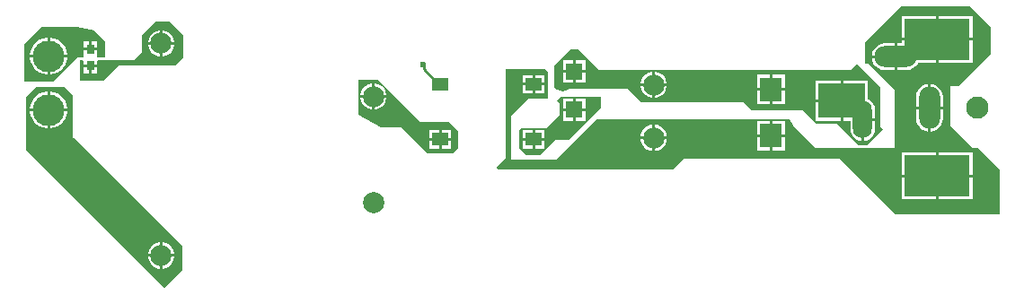
<source format=gtl>
G04*
G04 #@! TF.GenerationSoftware,Altium Limited,Altium Designer,23.4.1 (23)*
G04*
G04 Layer_Physical_Order=1*
G04 Layer_Color=255*
%FSLAX44Y44*%
%MOMM*%
G71*
G04*
G04 #@! TF.SameCoordinates,78E2F5E2-7EE1-4383-969E-04B009F8C4C8*
G04*
G04*
G04 #@! TF.FilePolarity,Positive*
G04*
G01*
G75*
%ADD14C,0.2540*%
%ADD16R,4.4000X3.3000*%
%ADD17R,6.2000X3.9000*%
%ADD18R,0.7874X0.9652*%
%ADD19R,1.6000X1.6000*%
%ADD20R,1.5500X1.2000*%
%ADD21R,2.1200X2.2500*%
%ADD33C,2.1000*%
%ADD35O,2.0000X4.0000*%
%ADD36O,4.0000X2.0000*%
%ADD37O,1.8000X3.6000*%
%ADD38C,3.0000*%
%ADD39C,2.0000*%
%ADD40C,0.6000*%
G36*
X77216Y273558D02*
Y234188D01*
X180086Y131318D01*
Y107950D01*
X163576Y91440D01*
X32766Y222250D01*
Y270764D01*
X42672Y280924D01*
X69850D01*
X77216Y273558D01*
D02*
G37*
G36*
X97536Y334518D02*
X107696Y324358D01*
Y309118D01*
X101210D01*
X100203Y309753D01*
X100203Y310388D01*
Y315849D01*
X93726D01*
X87249D01*
Y310388D01*
X87249Y309753D01*
X86242Y309118D01*
X81026D01*
X58166Y286258D01*
X31496D01*
Y321818D01*
X48006Y338328D01*
X81026D01*
X97536Y334518D01*
D02*
G37*
G36*
X181356Y330708D02*
Y309118D01*
X173736Y301498D01*
X120396D01*
X106426Y287528D01*
X83566D01*
Y306528D01*
X86242D01*
X87049Y305855D01*
X87249Y305470D01*
Y302387D01*
X93726D01*
X100203D01*
Y305470D01*
X100403Y305855D01*
X101210Y306528D01*
X107696D01*
X107946Y306578D01*
X134366D01*
X141986Y314198D01*
Y330708D01*
X154686Y343408D01*
X168656D01*
X181356Y330708D01*
D02*
G37*
G36*
X575056Y261366D02*
X544576Y230886D01*
X531876Y230886D01*
X518160Y217170D01*
X504444D01*
X497840Y223774D01*
X497840Y240846D01*
X500126Y242316D01*
X523240D01*
X535686Y254762D01*
Y266192D01*
X533781Y268097D01*
X537972Y272288D01*
X575056D01*
Y261366D01*
D02*
G37*
G36*
X572262Y297688D02*
X810514D01*
X815848Y303022D01*
X837946Y280924D01*
X838454D01*
Y243840D01*
X840994Y241300D01*
X826262Y226568D01*
X816864D01*
X797306Y246126D01*
X778256D01*
X764794Y259588D01*
X716534D01*
X709676Y266446D01*
X612648D01*
X599948Y279146D01*
X545465D01*
X539369Y277241D01*
X532158Y279344D01*
X530860Y281940D01*
Y301498D01*
X545846Y316484D01*
X553466D01*
X572262Y297688D01*
D02*
G37*
G36*
X942594Y337566D02*
Y312928D01*
X912114Y282448D01*
X904494D01*
Y244602D01*
X925322Y223774D01*
X930656D01*
X950722Y203708D01*
Y161036D01*
X852932D01*
X800100Y213868D01*
X653288D01*
X642366Y202946D01*
X478028D01*
X475996Y204978D01*
X484886Y213868D01*
Y298450D01*
X521970D01*
X524764Y295656D01*
Y270510D01*
X506730D01*
X489966Y253746D01*
Y212598D01*
X532892D01*
X570882Y250588D01*
X752310D01*
X758190Y242570D01*
X776986Y223774D01*
X852170D01*
Y278638D01*
X827278Y303530D01*
X823468D01*
Y322834D01*
X857758Y357124D01*
X923036D01*
X942594Y337566D01*
D02*
G37*
G36*
X405130Y248158D02*
X431800D01*
X440182Y239776D01*
X440182Y223774D01*
X434848Y218440D01*
X411734D01*
X386842Y243332D01*
X367284D01*
X346534Y254762D01*
Y288036D01*
X365252D01*
X405130Y248158D01*
D02*
G37*
%LPC*%
G36*
X56083Y277128D02*
X55626D01*
Y260858D01*
X71896D01*
Y261315D01*
X71222Y264704D01*
X69900Y267896D01*
X67980Y270769D01*
X65537Y273212D01*
X62664Y275132D01*
X59472Y276454D01*
X56083Y277128D01*
D02*
G37*
G36*
X53086D02*
X52628D01*
X49240Y276454D01*
X46048Y275132D01*
X43175Y273212D01*
X40732Y270769D01*
X38812Y267896D01*
X37490Y264704D01*
X36816Y261315D01*
Y260858D01*
X53086D01*
Y277128D01*
D02*
G37*
G36*
X71896Y258318D02*
X55626D01*
Y242048D01*
X56083D01*
X59472Y242722D01*
X62664Y244044D01*
X65537Y245964D01*
X67980Y248407D01*
X69900Y251280D01*
X71222Y254472D01*
X71896Y257861D01*
Y258318D01*
D02*
G37*
G36*
X53086D02*
X36816D01*
Y257861D01*
X37490Y254472D01*
X38812Y251280D01*
X40732Y248407D01*
X43175Y245964D01*
X46048Y244044D01*
X49240Y242722D01*
X52628Y242048D01*
X53086D01*
Y258318D01*
D02*
G37*
G36*
X162077Y134828D02*
X161696D01*
Y123558D01*
X172966D01*
Y123939D01*
X172112Y127128D01*
X170461Y129988D01*
X168126Y132323D01*
X165267Y133974D01*
X162077Y134828D01*
D02*
G37*
G36*
X159156D02*
X158776D01*
X155586Y133974D01*
X152727Y132323D01*
X150392Y129988D01*
X148741Y127128D01*
X147886Y123939D01*
Y123558D01*
X159156D01*
Y134828D01*
D02*
G37*
G36*
X172966Y121018D02*
X161696D01*
Y109748D01*
X162077D01*
X165267Y110603D01*
X168126Y112254D01*
X170461Y114589D01*
X172112Y117448D01*
X172966Y120637D01*
Y121018D01*
D02*
G37*
G36*
X159156D02*
X147886D01*
Y120637D01*
X148741Y117448D01*
X150392Y114589D01*
X152727Y112254D01*
X155586Y110603D01*
X158776Y109748D01*
X159156D01*
Y121018D01*
D02*
G37*
G36*
X100203Y324485D02*
X94996D01*
Y318389D01*
X100203D01*
Y324485D01*
D02*
G37*
G36*
X92456D02*
X87249D01*
Y318389D01*
X92456D01*
Y324485D01*
D02*
G37*
G36*
X56083Y327928D02*
X55626D01*
Y311658D01*
X71896D01*
Y312115D01*
X71222Y315504D01*
X69900Y318696D01*
X67980Y321569D01*
X65537Y324012D01*
X62664Y325932D01*
X59472Y327254D01*
X56083Y327928D01*
D02*
G37*
G36*
X53086D02*
X52628D01*
X49240Y327254D01*
X46048Y325932D01*
X43175Y324012D01*
X40732Y321569D01*
X38812Y318696D01*
X37490Y315504D01*
X36816Y312115D01*
Y311658D01*
X53086D01*
Y327928D01*
D02*
G37*
G36*
X71896Y309118D02*
X55626D01*
Y292848D01*
X56083D01*
X59472Y293522D01*
X62664Y294844D01*
X65537Y296764D01*
X67980Y299207D01*
X69900Y302080D01*
X71222Y305272D01*
X71896Y308661D01*
Y309118D01*
D02*
G37*
G36*
X53086D02*
X36816D01*
Y308661D01*
X37490Y305272D01*
X38812Y302080D01*
X40732Y299207D01*
X43175Y296764D01*
X46048Y294844D01*
X49240Y293522D01*
X52628Y292848D01*
X53086D01*
Y309118D01*
D02*
G37*
G36*
X162077Y334828D02*
X161696D01*
Y323558D01*
X172966D01*
Y323939D01*
X172112Y327128D01*
X170461Y329988D01*
X168126Y332322D01*
X165267Y333973D01*
X162077Y334828D01*
D02*
G37*
G36*
X159156D02*
X158776D01*
X155586Y333973D01*
X152727Y332322D01*
X150392Y329988D01*
X148741Y327128D01*
X147886Y323939D01*
Y323558D01*
X159156D01*
Y334828D01*
D02*
G37*
G36*
X172966Y321018D02*
X161696D01*
Y309748D01*
X162077D01*
X165267Y310602D01*
X168126Y312253D01*
X170461Y314588D01*
X172112Y317448D01*
X172966Y320637D01*
Y321018D01*
D02*
G37*
G36*
X159156D02*
X147886D01*
Y320637D01*
X148741Y317448D01*
X150392Y314588D01*
X152727Y312253D01*
X155586Y310602D01*
X158776Y309748D01*
X159156D01*
Y321018D01*
D02*
G37*
G36*
X100203Y299847D02*
X94996D01*
Y293751D01*
X100203D01*
Y299847D01*
D02*
G37*
G36*
X92456D02*
X87249D01*
Y293751D01*
X92456D01*
Y299847D01*
D02*
G37*
G36*
X560196Y270416D02*
X550926D01*
Y261146D01*
X560196D01*
Y270416D01*
D02*
G37*
G36*
X548386D02*
X539116D01*
Y261146D01*
X548386D01*
Y270416D01*
D02*
G37*
G36*
X560196Y258606D02*
X550926D01*
Y249336D01*
X560196D01*
Y258606D01*
D02*
G37*
G36*
X548386D02*
X539116D01*
Y249336D01*
X548386D01*
Y258606D01*
D02*
G37*
G36*
X516344Y240374D02*
X515969Y240300D01*
X512884D01*
Y233030D01*
X521904D01*
Y240300D01*
X516719D01*
X516344Y240374D01*
D02*
G37*
G36*
X510344Y240300D02*
X501324D01*
Y233030D01*
X510344D01*
Y240300D01*
D02*
G37*
G36*
X521904Y230490D02*
X512884D01*
Y223220D01*
X521904D01*
Y230490D01*
D02*
G37*
G36*
X510344D02*
X501324D01*
Y223220D01*
X510344D01*
Y230490D01*
D02*
G37*
G36*
X560196Y306416D02*
X550926D01*
Y297146D01*
X560196D01*
Y306416D01*
D02*
G37*
G36*
X548386D02*
X539116D01*
Y297146D01*
X548386D01*
Y306416D01*
D02*
G37*
G36*
X560196Y294606D02*
X550926D01*
Y285336D01*
X560196D01*
Y294606D01*
D02*
G37*
G36*
X548386D02*
X539116D01*
Y285336D01*
X548386D01*
Y294606D01*
D02*
G37*
G36*
X626237Y295858D02*
X625856D01*
Y284588D01*
X637126D01*
Y284969D01*
X636271Y288158D01*
X634621Y291018D01*
X632286Y293353D01*
X629426Y295004D01*
X626237Y295858D01*
D02*
G37*
G36*
X623316D02*
X622935D01*
X619746Y295004D01*
X616886Y293353D01*
X614552Y291018D01*
X612901Y288158D01*
X612046Y284969D01*
Y284588D01*
X623316D01*
Y295858D01*
D02*
G37*
G36*
X748216Y292688D02*
X736346D01*
Y280168D01*
X748216D01*
Y292688D01*
D02*
G37*
G36*
X733806D02*
X721936D01*
Y280168D01*
X733806D01*
Y292688D01*
D02*
G37*
G36*
X637126Y282048D02*
X625856D01*
Y270778D01*
X626237D01*
X629426Y271633D01*
X632286Y273284D01*
X634621Y275618D01*
X636271Y278478D01*
X637126Y281667D01*
Y282048D01*
D02*
G37*
G36*
X623316D02*
X612046D01*
Y281667D01*
X612901Y278478D01*
X614552Y275618D01*
X616886Y273284D01*
X619746Y271633D01*
X622935Y270778D01*
X623316D01*
Y282048D01*
D02*
G37*
G36*
X800920Y287238D02*
X777650D01*
Y269468D01*
X800920D01*
Y287238D01*
D02*
G37*
G36*
X748216Y277628D02*
X736346D01*
Y265108D01*
X748216D01*
Y277628D01*
D02*
G37*
G36*
X733806D02*
X721936D01*
Y265108D01*
X733806D01*
Y277628D01*
D02*
G37*
G36*
X800920Y266928D02*
X777650D01*
Y249158D01*
X800920D01*
Y266928D01*
D02*
G37*
G36*
X833329Y249428D02*
X822960D01*
Y230226D01*
X824703Y230455D01*
X827510Y231618D01*
X829920Y233468D01*
X831770Y235878D01*
X832933Y238685D01*
X833329Y241698D01*
Y249428D01*
D02*
G37*
G36*
X826730Y287238D02*
X803460D01*
Y268198D01*
Y249158D01*
X810050D01*
Y241698D01*
X810447Y238685D01*
X811610Y235878D01*
X813460Y233468D01*
X815870Y231618D01*
X818678Y230455D01*
X820420Y230226D01*
Y250698D01*
X821690D01*
Y251968D01*
X833329D01*
Y259698D01*
X832933Y262710D01*
X831770Y265518D01*
X829920Y267928D01*
X827510Y269778D01*
X826730Y270101D01*
Y287238D01*
D02*
G37*
G36*
X925230Y348238D02*
X892960D01*
Y327468D01*
X925230D01*
Y348238D01*
D02*
G37*
G36*
X890420D02*
X858150D01*
Y327468D01*
X890420D01*
Y348238D01*
D02*
G37*
G36*
X851420Y322346D02*
X842690D01*
X839417Y321915D01*
X836366Y320652D01*
X833747Y318642D01*
X831737Y316022D01*
X830473Y312972D01*
X830209Y310968D01*
X851420D01*
Y322346D01*
D02*
G37*
G36*
X925230Y324928D02*
X892960D01*
Y304158D01*
X925230D01*
Y324928D01*
D02*
G37*
G36*
X890420D02*
X858150D01*
Y322346D01*
X853960D01*
Y309698D01*
Y297050D01*
X862690D01*
X865964Y297481D01*
X869014Y298745D01*
X871634Y300755D01*
X873644Y303374D01*
X873969Y304158D01*
X890420D01*
Y324928D01*
D02*
G37*
G36*
X851420Y308428D02*
X830209D01*
X830473Y306425D01*
X831737Y303374D01*
X833747Y300755D01*
X836366Y298745D01*
X839417Y297481D01*
X842690Y297050D01*
X851420D01*
Y308428D01*
D02*
G37*
G36*
X521904Y292400D02*
X512884D01*
Y285130D01*
X521904D01*
Y292400D01*
D02*
G37*
G36*
X510344D02*
X501324D01*
Y285130D01*
X510344D01*
Y292400D01*
D02*
G37*
G36*
X521904Y282590D02*
X512884D01*
Y275320D01*
X521904D01*
Y282590D01*
D02*
G37*
G36*
X510344D02*
X501324D01*
Y275320D01*
X510344D01*
Y282590D01*
D02*
G37*
G36*
X885960Y284179D02*
Y262968D01*
X897338D01*
Y271698D01*
X896907Y274972D01*
X895644Y278022D01*
X893634Y280642D01*
X891014Y282652D01*
X887964Y283915D01*
X885960Y284179D01*
D02*
G37*
G36*
X883420D02*
X881416Y283915D01*
X878366Y282652D01*
X875747Y280642D01*
X873736Y278022D01*
X872473Y274972D01*
X872042Y271698D01*
Y262968D01*
X883420D01*
Y284179D01*
D02*
G37*
G36*
X897338Y260428D02*
X885960D01*
Y239217D01*
X887964Y239481D01*
X891014Y240745D01*
X893634Y242755D01*
X895644Y245374D01*
X896907Y248425D01*
X897338Y251698D01*
Y260428D01*
D02*
G37*
G36*
X883420D02*
X872042D01*
Y251698D01*
X872473Y248425D01*
X872961Y247246D01*
X873036Y246871D01*
X873248Y246553D01*
X873736Y245374D01*
X875747Y242755D01*
X878366Y240745D01*
X881416Y239481D01*
X883420Y239217D01*
Y260428D01*
D02*
G37*
G36*
X748216Y248988D02*
X736346D01*
Y236468D01*
X748216D01*
Y248988D01*
D02*
G37*
G36*
X733806D02*
X721936D01*
Y236468D01*
X733806D01*
Y248988D01*
D02*
G37*
G36*
X625856Y245799D02*
Y234588D01*
X637067D01*
X636803Y236591D01*
X635540Y239642D01*
X633530Y242261D01*
X630910Y244272D01*
X627860Y245535D01*
X625856Y245799D01*
D02*
G37*
G36*
X623316D02*
X621312Y245535D01*
X618262Y244272D01*
X615642Y242261D01*
X613632Y239642D01*
X612369Y236591D01*
X612105Y234588D01*
X623316D01*
Y245799D01*
D02*
G37*
G36*
X748216Y233928D02*
X736346D01*
Y221408D01*
X748216D01*
Y233928D01*
D02*
G37*
G36*
X733806D02*
X721936D01*
Y221408D01*
X733806D01*
Y233928D01*
D02*
G37*
G36*
X637067Y232048D02*
X625856D01*
Y220837D01*
X627860Y221101D01*
X630910Y222364D01*
X633530Y224374D01*
X635540Y226994D01*
X636803Y230044D01*
X637067Y232048D01*
D02*
G37*
G36*
X623316D02*
X612105D01*
X612369Y230044D01*
X613632Y226994D01*
X615642Y224374D01*
X618262Y222364D01*
X621312Y221101D01*
X623316Y220837D01*
Y232048D01*
D02*
G37*
G36*
X925230Y219238D02*
X892960D01*
Y198468D01*
X925230D01*
Y219238D01*
D02*
G37*
G36*
X890420D02*
X858150D01*
Y198468D01*
X890420D01*
Y219238D01*
D02*
G37*
G36*
X925230Y195928D02*
X892960D01*
Y175158D01*
X925230D01*
Y195928D01*
D02*
G37*
G36*
X890420D02*
X858150D01*
Y175158D01*
X890420D01*
Y195928D01*
D02*
G37*
G36*
X362077Y284828D02*
X361696D01*
Y273558D01*
X372966D01*
Y273939D01*
X372111Y277128D01*
X370461Y279988D01*
X368126Y282323D01*
X365266Y283973D01*
X362077Y284828D01*
D02*
G37*
G36*
X359156D02*
X358775D01*
X355586Y283973D01*
X352726Y282323D01*
X350392Y279988D01*
X348741Y277128D01*
X347886Y273939D01*
Y273558D01*
X359156D01*
Y284828D01*
D02*
G37*
G36*
X372966Y271018D02*
X361696D01*
Y259748D01*
X362077D01*
X365266Y260603D01*
X368126Y262253D01*
X370461Y264588D01*
X372111Y267448D01*
X372966Y270637D01*
Y271018D01*
D02*
G37*
G36*
X359156D02*
X347886D01*
Y270637D01*
X348741Y267448D01*
X350392Y264588D01*
X352726Y262253D01*
X355586Y260603D01*
X358775Y259748D01*
X359156D01*
Y271018D01*
D02*
G37*
G36*
X433904Y240300D02*
X424884D01*
Y233030D01*
X433904D01*
Y240300D01*
D02*
G37*
G36*
X422344D02*
X413324D01*
Y233030D01*
X422344D01*
Y240300D01*
D02*
G37*
G36*
X433904Y230490D02*
X424884D01*
Y223220D01*
X433904D01*
Y230490D01*
D02*
G37*
G36*
X422344D02*
X413324D01*
Y223220D01*
X422344D01*
Y230490D01*
D02*
G37*
%LPD*%
D14*
X407824Y297900D02*
X421864Y283860D01*
X407162Y302768D02*
X407824Y302106D01*
Y297900D02*
Y302106D01*
X421864Y283860D02*
X423614D01*
X511614Y231760D02*
X516344Y236490D01*
X884690Y256423D02*
Y261698D01*
X876625Y248357D02*
X884690Y256423D01*
D16*
X802190Y268198D02*
D03*
D17*
X891690Y326198D02*
D03*
Y197198D02*
D03*
D18*
X93726Y317119D02*
D03*
Y301117D02*
D03*
D19*
X549656Y259876D02*
D03*
Y295876D02*
D03*
D20*
X511614Y231760D02*
D03*
Y283860D02*
D03*
X423614Y231760D02*
D03*
Y283860D02*
D03*
D21*
X735076Y278898D02*
D03*
Y235198D02*
D03*
D33*
X929690Y261698D02*
D03*
D35*
X884690D02*
D03*
D36*
X852690Y309698D02*
D03*
D37*
X821690Y250698D02*
D03*
D38*
X54356Y310388D02*
D03*
Y259588D02*
D03*
D39*
X160426Y322288D02*
D03*
Y122288D02*
D03*
X360426Y272288D02*
D03*
Y172288D02*
D03*
X624586Y283318D02*
D03*
Y233318D02*
D03*
D40*
X407162Y302768D02*
D03*
M02*

</source>
